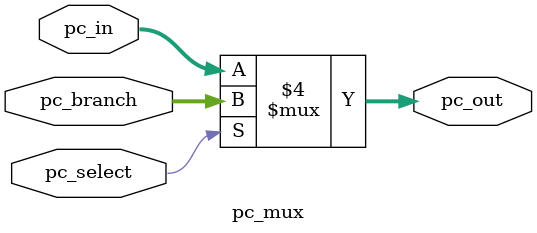
<source format=v>
module pc_mux(pc_in, pc_branch, pc_select, pc_out);

input [31:0] pc_in;       
input [31:0] pc_branch;  
input pc_select;          
output reg[31:0] pc_out; 

	 
   always @(*) begin
        if (pc_select==1'b0) begin
            pc_out = pc_in;  
        end else begin
            pc_out = pc_branch;      
        end
    end

endmodule
</source>
